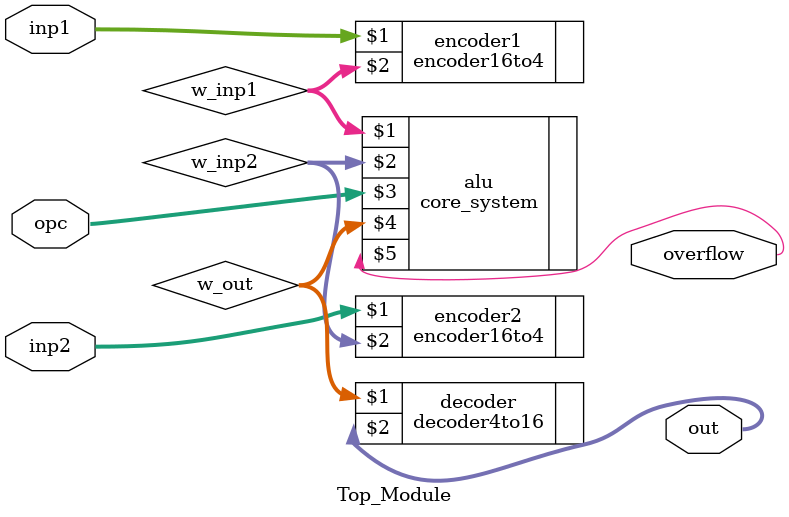
<source format=v>
module Top_Module (inp1, inp2, opc, out, overflow);
    input [15:0] inp1, inp2;
    input [2:0] opc;
    output [15:0] out;
    output overflow;

    wire [3:0] w_inp1;
    wire [3:0] w_inp2;
    wire [3:0] w_out;

    encoder16to4 encoder1 (inp1, w_inp1);
    encoder16to4 encoder2 (inp2, w_inp2);

    core_system alu (w_inp1, w_inp2, opc, w_out, overflow);
    decoder4to16 decoder (w_out, out);
    endmodule
</source>
